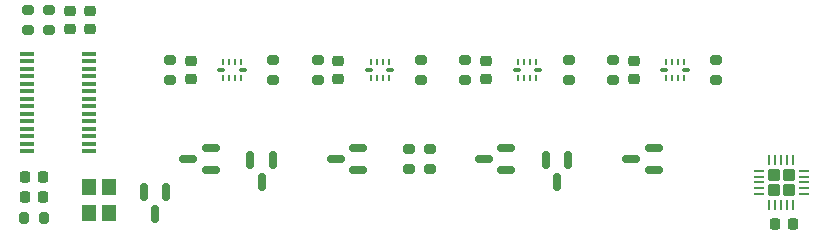
<source format=gbr>
%TF.GenerationSoftware,KiCad,Pcbnew,7.0.11-7.0.11~ubuntu22.04.1*%
%TF.CreationDate,2025-05-05T15:28:32+03:00*%
%TF.ProjectId,USB_Magic_Hub,5553425f-4d61-4676-9963-5f4875622e6b,rev?*%
%TF.SameCoordinates,PXc65d40PYc65d40*%
%TF.FileFunction,Paste,Top*%
%TF.FilePolarity,Positive*%
%FSLAX46Y46*%
G04 Gerber Fmt 4.6, Leading zero omitted, Abs format (unit mm)*
G04 Created by KiCad (PCBNEW 7.0.11-7.0.11~ubuntu22.04.1) date 2025-05-05 15:28:32*
%MOMM*%
%LPD*%
G01*
G04 APERTURE LIST*
G04 Aperture macros list*
%AMRoundRect*
0 Rectangle with rounded corners*
0 $1 Rounding radius*
0 $2 $3 $4 $5 $6 $7 $8 $9 X,Y pos of 4 corners*
0 Add a 4 corners polygon primitive as box body*
4,1,4,$2,$3,$4,$5,$6,$7,$8,$9,$2,$3,0*
0 Add four circle primitives for the rounded corners*
1,1,$1+$1,$2,$3*
1,1,$1+$1,$4,$5*
1,1,$1+$1,$6,$7*
1,1,$1+$1,$8,$9*
0 Add four rect primitives between the rounded corners*
20,1,$1+$1,$2,$3,$4,$5,0*
20,1,$1+$1,$4,$5,$6,$7,0*
20,1,$1+$1,$6,$7,$8,$9,0*
20,1,$1+$1,$8,$9,$2,$3,0*%
G04 Aperture macros list end*
%ADD10RoundRect,0.225000X-0.225000X-0.250000X0.225000X-0.250000X0.225000X0.250000X-0.225000X0.250000X0*%
%ADD11RoundRect,0.200000X-0.275000X0.200000X-0.275000X-0.200000X0.275000X-0.200000X0.275000X0.200000X0*%
%ADD12RoundRect,0.150000X-0.150000X0.587500X-0.150000X-0.587500X0.150000X-0.587500X0.150000X0.587500X0*%
%ADD13RoundRect,0.250000X-0.275000X-0.275000X0.275000X-0.275000X0.275000X0.275000X-0.275000X0.275000X0*%
%ADD14RoundRect,0.062500X-0.362500X-0.062500X0.362500X-0.062500X0.362500X0.062500X-0.362500X0.062500X0*%
%ADD15RoundRect,0.062500X-0.062500X-0.362500X0.062500X-0.362500X0.062500X0.362500X-0.062500X0.362500X0*%
%ADD16RoundRect,0.150000X0.587500X0.150000X-0.587500X0.150000X-0.587500X-0.150000X0.587500X-0.150000X0*%
%ADD17R,1.200000X0.400000*%
%ADD18RoundRect,0.225000X0.250000X-0.225000X0.250000X0.225000X-0.250000X0.225000X-0.250000X-0.225000X0*%
%ADD19RoundRect,0.050000X-0.075000X0.225000X-0.075000X-0.225000X0.075000X-0.225000X0.075000X0.225000X0*%
%ADD20RoundRect,0.050000X-0.050000X0.225000X-0.050000X-0.225000X0.050000X-0.225000X0.050000X0.225000X0*%
%ADD21RoundRect,0.050000X-0.250000X0.100000X-0.250000X-0.100000X0.250000X-0.100000X0.250000X0.100000X0*%
%ADD22RoundRect,0.225000X0.225000X0.250000X-0.225000X0.250000X-0.225000X-0.250000X0.225000X-0.250000X0*%
%ADD23RoundRect,0.200000X0.200000X0.275000X-0.200000X0.275000X-0.200000X-0.275000X0.200000X-0.275000X0*%
%ADD24R,1.200000X1.400000*%
G04 APERTURE END LIST*
D10*
%TO.C,C4*%
X3725000Y-17000000D03*
X5275000Y-17000000D03*
%TD*%
D11*
%TO.C,R12*%
X37250000Y-7175000D03*
X37250000Y-8825000D03*
%TD*%
D12*
%TO.C,Q5*%
X15700000Y-18312500D03*
X13800000Y-18312500D03*
X14750000Y-20187500D03*
%TD*%
%TO.C,D1*%
X24700000Y-15562500D03*
X22800000Y-15562500D03*
X23750000Y-17437500D03*
%TD*%
D13*
%TO.C,U4*%
X67100000Y-16850000D03*
X67100000Y-18150000D03*
X68400000Y-16850000D03*
X68400000Y-18150000D03*
D14*
X65825000Y-16500000D03*
X65825000Y-17000000D03*
X65825000Y-17500000D03*
X65825000Y-18000000D03*
X65825000Y-18500000D03*
D15*
X66750000Y-19425000D03*
X67250000Y-19425000D03*
X67750000Y-19425000D03*
X68250000Y-19425000D03*
X68750000Y-19425000D03*
D14*
X69675000Y-18500000D03*
X69675000Y-18000000D03*
X69675000Y-17500000D03*
X69675000Y-17000000D03*
X69675000Y-16500000D03*
D15*
X68750000Y-15575000D03*
X68250000Y-15575000D03*
X67750000Y-15575000D03*
X67250000Y-15575000D03*
X66750000Y-15575000D03*
%TD*%
D11*
%TO.C,R4*%
X36250000Y-14675000D03*
X36250000Y-16325000D03*
%TD*%
D16*
%TO.C,Q3*%
X31937500Y-16450000D03*
X31937500Y-14550000D03*
X30062500Y-15500000D03*
%TD*%
D11*
%TO.C,R9*%
X49750000Y-7175000D03*
X49750000Y-8825000D03*
%TD*%
%TO.C,R13*%
X24750000Y-7175000D03*
X24750000Y-8825000D03*
%TD*%
D17*
%TO.C,U1*%
X9100000Y-14877500D03*
X9100000Y-14242500D03*
X9100000Y-13607500D03*
X9100000Y-12972500D03*
X9100000Y-12337500D03*
X9100000Y-11702500D03*
X9100000Y-11067500D03*
X9100000Y-10432500D03*
X9100000Y-9797500D03*
X9100000Y-9162500D03*
X9100000Y-8527500D03*
X9100000Y-7892500D03*
X9100000Y-7257500D03*
X9100000Y-6622500D03*
X3900000Y-6622500D03*
X3900000Y-7257500D03*
X3900000Y-7892500D03*
X3900000Y-8527500D03*
X3900000Y-9162500D03*
X3900000Y-9797500D03*
X3900000Y-10432500D03*
X3900000Y-11067500D03*
X3900000Y-11702500D03*
X3900000Y-12337500D03*
X3900000Y-12972500D03*
X3900000Y-13607500D03*
X3900000Y-14242500D03*
X3900000Y-14877500D03*
%TD*%
D11*
%TO.C,R1*%
X4000000Y-2925000D03*
X4000000Y-4575000D03*
%TD*%
%TO.C,R10*%
X16000000Y-7175000D03*
X16000000Y-8825000D03*
%TD*%
D18*
%TO.C,C9*%
X17750000Y-8775000D03*
X17750000Y-7225000D03*
%TD*%
D10*
%TO.C,C3*%
X3725000Y-18750000D03*
X5275000Y-18750000D03*
%TD*%
D11*
%TO.C,R2*%
X5750000Y-2925000D03*
X5750000Y-4575000D03*
%TD*%
D16*
%TO.C,Q1*%
X56937500Y-16450000D03*
X56937500Y-14550000D03*
X55062500Y-15500000D03*
%TD*%
D12*
%TO.C,D2*%
X49700000Y-15562500D03*
X47800000Y-15562500D03*
X48750000Y-17437500D03*
%TD*%
D19*
%TO.C,U3*%
X47000000Y-7325000D03*
D20*
X46500000Y-7325000D03*
X46000000Y-7325000D03*
D19*
X45500000Y-7325000D03*
D21*
X45350000Y-8000000D03*
D19*
X45500000Y-8675000D03*
D20*
X46000000Y-8675000D03*
X46500000Y-8675000D03*
D19*
X47000000Y-8675000D03*
D21*
X47150000Y-8000000D03*
%TD*%
D22*
%TO.C,C7*%
X68775000Y-21000000D03*
X67225000Y-21000000D03*
%TD*%
D18*
%TO.C,C8*%
X30250000Y-8775000D03*
X30250000Y-7225000D03*
%TD*%
D11*
%TO.C,R3*%
X38000000Y-14675000D03*
X38000000Y-16325000D03*
%TD*%
D23*
%TO.C,R11*%
X5325000Y-20500000D03*
X3675000Y-20500000D03*
%TD*%
D18*
%TO.C,C5*%
X9250000Y-4525000D03*
X9250000Y-2975000D03*
%TD*%
D11*
%TO.C,R5*%
X62250000Y-7175000D03*
X62250000Y-8825000D03*
%TD*%
D16*
%TO.C,Q4*%
X19437500Y-16450000D03*
X19437500Y-14550000D03*
X17562500Y-15500000D03*
%TD*%
D24*
%TO.C,Y1*%
X9150000Y-17900000D03*
X9150000Y-20100000D03*
X10850000Y-20100000D03*
X10850000Y-17900000D03*
%TD*%
D16*
%TO.C,Q2*%
X44437500Y-16450000D03*
X44437500Y-14550000D03*
X42562500Y-15500000D03*
%TD*%
D19*
%TO.C,U5*%
X34500000Y-7325000D03*
D20*
X34000000Y-7325000D03*
X33500000Y-7325000D03*
D19*
X33000000Y-7325000D03*
D21*
X32850000Y-8000000D03*
D19*
X33000000Y-8675000D03*
D20*
X33500000Y-8675000D03*
X34000000Y-8675000D03*
D19*
X34500000Y-8675000D03*
D21*
X34650000Y-8000000D03*
%TD*%
D19*
%TO.C,U2*%
X59500000Y-7325000D03*
D20*
X59000000Y-7325000D03*
X58500000Y-7325000D03*
D19*
X58000000Y-7325000D03*
D21*
X57850000Y-8000000D03*
D19*
X58000000Y-8675000D03*
D20*
X58500000Y-8675000D03*
X59000000Y-8675000D03*
D19*
X59500000Y-8675000D03*
D21*
X59650000Y-8000000D03*
%TD*%
D11*
%TO.C,R6*%
X53500000Y-7175000D03*
X53500000Y-8825000D03*
%TD*%
%TO.C,R7*%
X41000000Y-7175000D03*
X41000000Y-8825000D03*
%TD*%
D18*
%TO.C,C2*%
X55250000Y-8775000D03*
X55250000Y-7225000D03*
%TD*%
D11*
%TO.C,R8*%
X28500000Y-7175000D03*
X28500000Y-8825000D03*
%TD*%
D19*
%TO.C,U6*%
X22000000Y-7325000D03*
D20*
X21500000Y-7325000D03*
X21000000Y-7325000D03*
D19*
X20500000Y-7325000D03*
D21*
X20350000Y-8000000D03*
D19*
X20500000Y-8675000D03*
D20*
X21000000Y-8675000D03*
X21500000Y-8675000D03*
D19*
X22000000Y-8675000D03*
D21*
X22150000Y-8000000D03*
%TD*%
D18*
%TO.C,C6*%
X42750000Y-8775000D03*
X42750000Y-7225000D03*
%TD*%
%TO.C,C1*%
X7500000Y-4525000D03*
X7500000Y-2975000D03*
%TD*%
M02*

</source>
